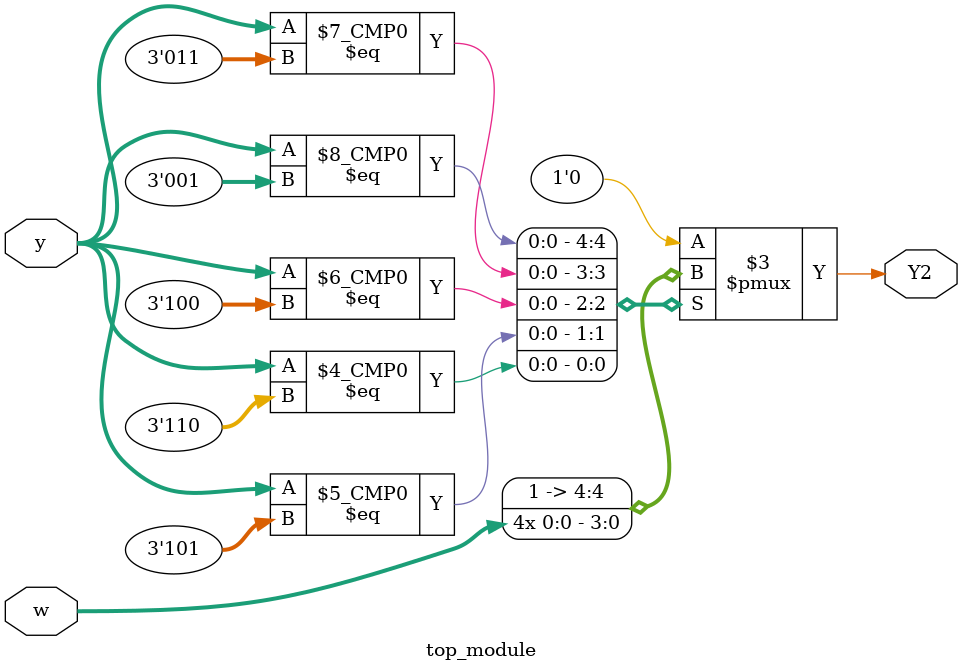
<source format=sv>
module top_module(
	input [3:1] y,
	input w,
	output reg Y2);

	always @(*)
	begin
		// Next-state logic for Y2 (y[2])
		case(y)
			3'd1: Y2 = 1;
			3'd2: Y2 = 0;
			3'd3: Y2 = w;
			3'd4: Y2 = w;
			3'd5: Y2 = w;
			3'd6: Y2 = w;
			default: Y2 = 0;
		endcase
	end
	
endmodule

</source>
